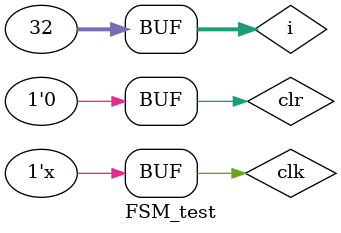
<source format=v>
`timescale 1ns / 1ps


module FSM_test;

	// Inputs
	reg clk;
	reg clr;

	// Outputs
	wire selectImm;
	wire [3:0] loadReg;
	wire [3:0] readRegA;
	wire [3:0] readRegB;
	wire [7:0] Imm;
	wire [7:0] op;

	// Instantiate the Unit Under Test (UUT)
	FSM uut (
		.clk(clk), 
		.clr(clr), 
		.selectImm(selectImm), 
		.loadReg(loadReg), 
		.readRegA(readRegA), 
		.readRegB(readRegB), 
		.Imm(Imm), 
		.op(op)
	);
	integer i;
	initial begin
		// Initialize Inputs
		clr = 0;
		clk = 0;
		#5 clr = 1;
		#1 clr = 0;
		
		for(i =0; i < 2**5; i = i+1) begin
			#50;
			#1 clr = 1;
			#2 clr = 0;
		end
		

        
		

	end
	
	always
		#1 clk = ~clk;
      
endmodule


</source>
